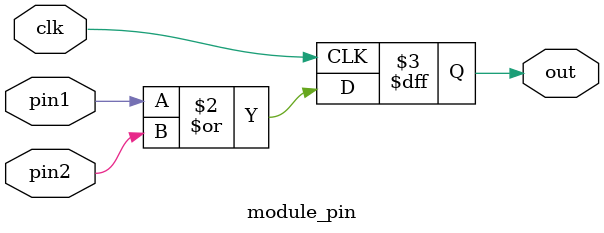
<source format=v>
/*
Command: set_clock_latency
Description:
    -objects: A list of clocks, pins or ports. Set delay to these objects
    -if multiple clocks are defined at a pin, specify the clock using -clock
    -source: the latency is at the source of the clock
    
SDC Example:
    set_clock_latency 4.0 -clock clk1 [get_ports port2]
    set_clock_latency  
*/

module set_clock_latency(
    input wire clk1,
    input wire clk2,
    input wire clk_sel,
    input wire port1,
    input wire port2,
    output reg out
);

    //Clock mux for multiple clocks driving a pin
    wire clk_mux;
    assign clk_mux = clk_sel ? clk1 : clk2;
    
    //Instance for multiple clocks driving a pin
    wire ff_out;
    FF ff_mul_clk(.clk(clk_mux), .D(port1), .Q(ff_out));


    //Instance to create pin inputs (ff_pin/pin1 and ff_pin/pin2)
    //TODO: Replace port1, port2 with clk1, clk2??
    wire ff_pin_out;
    module_pin ff_pin(.clk(clk1), .pin1(port1), .pin2(port2), .out(ff_pin_out));

    //Dummy logic
    always @(posedge clk2) begin
        out <= port1 | ff_out;
    end

endmodule

//Module for multiple clocks driving a pin
module FF(
    input wire clk,
    input wire D,
    output reg Q
);
    always @(posedge clk) begin
        Q <= D;
    end
endmodule 

//Module defining pins
module module_pin(
    input wire clk, 
    input wire pin1,
    input wire pin2,
    output reg out
);
    always @(posedge clk) begin
        out <= pin1 | pin2;
    end
endmodule
</source>
